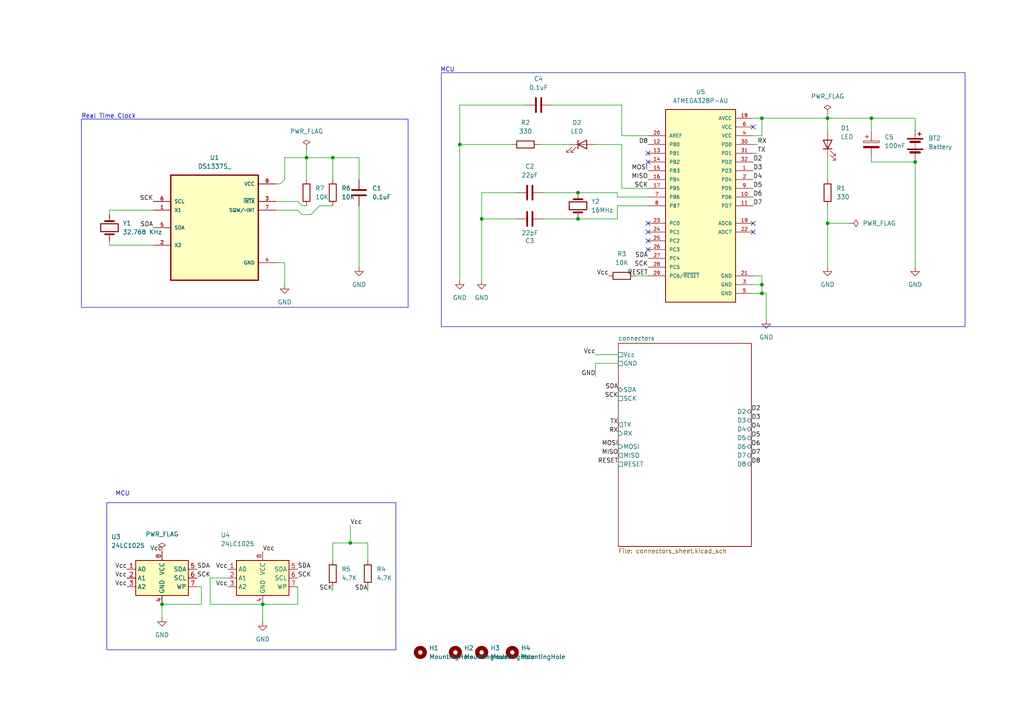
<source format=kicad_sch>
(kicad_sch (version 20231120) (generator "eeschema") (generator_version "8.0")
  (paper "A4")
  (title_block (title "${project_name}") (date "2025-03-16") (rev "1"))
  (lib_symbols
    (symbol "ATMEGA328P-AU_1" (pin_names (offset 1.016))
      (property "Reference" "U5" (at 0 33.02 0))
      (property "Value" "ATMEGA328P-AU" (at 0 30.48 0))
      (symbol "ATMEGA328P-AU_1_0_0"
        (rectangle (start -10.16 -27.94) (end 10.16 27.94) (stroke (width 0.254)) (fill (type background)))
        (pin bidirectional line (at 15.24 10.16 180) (length 5.08) (name "PD3") (number "1"))
        (pin bidirectional line (at 15.24 2.54 180) (length 5.08) (name "PD6") (number "10"))
        (pin bidirectional line (at 15.24 0 180) (length 5.08) (name "PD7") (number "11"))
        (pin bidirectional line (at -15.24 17.78 0) (length 5.08) (name "PB0") (number "12"))
        (pin bidirectional line (at -15.24 15.24 0) (length 5.08) (name "PB1") (number "13"))
        (pin bidirectional line (at -15.24 12.7 0) (length 5.08) (name "PB2") (number "14"))
        (pin bidirectional line (at -15.24 10.16 0) (length 5.08) (name "PB3") (number "15"))
        (pin bidirectional line (at -15.24 7.62 0) (length 5.08) (name "PB4") (number "16"))
        (pin bidirectional line (at -15.24 5.08 0) (length 5.08) (name "PB5") (number "17"))
        (pin power_in line (at 15.24 25.4 180) (length 5.08) (name "AVCC") (number "18"))
        (pin bidirectional line (at 15.24 -5.08 180) (length 5.08) (name "ADC6") (number "19"))
        (pin bidirectional line (at 15.24 7.62 180) (length 5.08) (name "PD4") (number "2"))
        (pin input line (at -15.24 20.32 0) (length 5.08) (name "AREF") (number "20"))
        (pin power_in line (at 15.24 -20.32 180) (length 5.08) (name "GND") (number "21"))
        (pin bidirectional line (at 15.24 -7.62 180) (length 5.08) (name "ADC7") (number "22"))
        (pin bidirectional line (at -15.24 -5.08 0) (length 5.08) (name "PC0") (number "23"))
        (pin bidirectional line (at -15.24 -7.62 0) (length 5.08) (name "PC1") (number "24"))
        (pin bidirectional line (at -15.24 -10.16 0) (length 5.08) (name "PC2") (number "25"))
        (pin bidirectional line (at -15.24 -12.7 0) (length 5.08) (name "PC3") (number "26"))
        (pin bidirectional line (at -15.24 -15.24 0) (length 5.08) (name "PC4") (number "27"))
        (pin bidirectional line (at -15.24 -17.78 0) (length 5.08) (name "PC5") (number "28"))
        (pin bidirectional line (at -15.24 -20.32 0) (length 5.08) (name "PC6/~{RESET}") (number "29"))
        (pin power_in line (at 15.24 -22.86 180) (length 5.08) (name "GND") (number "3"))
        (pin bidirectional line (at 15.24 17.78 180) (length 5.08) (name "PD0") (number "30"))
        (pin bidirectional line (at 15.24 15.24 180) (length 5.08) (name "PD1") (number "31"))
        (pin bidirectional line (at 15.24 12.7 180) (length 5.08) (name "PD2") (number "32"))
        (pin power_in line (at 15.24 20.32 180) (length 5.08) (name "VCC") (number "4"))
        (pin power_in line (at 15.24 -25.4 180) (length 5.08) (name "GND") (number "5"))
        (pin power_in line (at 15.24 22.86 180) (length 5.08) (name "VCC") (number "6"))
        (pin bidirectional line (at -15.24 2.54 0) (length 5.08) (name "PB6") (number "7"))
        (pin bidirectional line (at -15.24 0 0) (length 5.08) (name "PB7") (number "8"))
        (pin bidirectional line (at 15.24 5.08 180) (length 5.08) (name "PD5") (number "9"))
      )
    )
    (symbol "DS1337S_:DS1337S_" (pin_names (offset 1.016))
      (property "Reference" "U" (at -12.7 16.24 0))
      (property "Value" "DS1337S_" (at -12.7 -19.24 0))
      (symbol "DS1337S__0_0"
        (rectangle (start -12.7 -15.24) (end 12.7 15.24) (stroke (width 0.41)) (fill (type background)))
        (pin input line (at -17.78 5.08 0) (length 5.08) (name "X1") (number "1"))
        (pin bidirectional line (at -17.78 -5.08 0) (length 5.08) (name "X2") (number "2"))
        (pin output line (at 17.78 7.62 180) (length 5.08) (name "~{INTA}") (number "3"))
        (pin power_in line (at 17.78 -10.16 180) (length 5.08) (name "GND") (number "4"))
        (pin bidirectional line (at -17.78 0 0) (length 5.08) (name "SDA") (number "5"))
        (pin input line (at -17.78 7.62 0) (length 5.08) (name "SCL") (number "6"))
        (pin output line (at 17.78 5.08 180) (length 5.08) (name "SQW/~INT") (number "7"))
        (pin power_in line (at 17.78 12.7 180) (length 5.08) (name "VCC") (number "8"))
      )
    )
    (symbol "Device:Battery" (pin_numbers hide) (pin_names (offset 0) hide)
      (property "Reference" "BT" (at 2.54 2.54 0))
      (property "Value" "Battery" (at 2.54 0 0))
      (symbol "Battery_0_1"
        (rectangle (start -2.286 -1.27) (end 2.286 -1.524) (fill (type outline)))
        (rectangle (start -2.286 1.778) (end 2.286 1.524) (fill (type outline)))
        (rectangle (start -1.524 -2.032) (end 1.524 -2.54) (fill (type outline)))
        (rectangle (start -1.524 1.016) (end 1.524 0.508) (fill (type outline)))
        (polyline (pts (xy 0 -1.016) (xy 0 -0.762)))
        (polyline (pts (xy 0 -0.508) (xy 0 -0.254)))
        (polyline (pts (xy 0 0) (xy 0 0.254)))
        (polyline (pts (xy 0 1.778) (xy 0 2.54)))
        (polyline (pts (xy 0.762 3.048) (xy 1.778 3.048)) (stroke (width 0.254)))
        (polyline (pts (xy 1.27 3.556) (xy 1.27 2.54)) (stroke (width 0.254)))
      )
      (symbol "Battery_1_1"
        (pin passive line (at 0 5.08 270) (length 2.54) (name "+") (number "1"))
        (pin passive line (at 0 -5.08 90) (length 2.54) (name "-") (number "2"))
      )
    )
    (symbol "Device:C" (pin_numbers hide) (pin_names (offset 0.254))
      (property "Reference" "C" (at 0.635 2.54 0))
      (property "Value" "C" (at 0.635 -2.54 0))
      (symbol "C_0_1"
        (polyline (pts (xy -2.032 -0.762) (xy 2.032 -0.762)) (stroke (width 0.508)))
        (polyline (pts (xy -2.032 0.762) (xy 2.032 0.762)) (stroke (width 0.508)))
      )
      (symbol "C_1_1"
        (pin passive line (at 0 3.81 270) (length 2.794) (name "~") (number "1"))
        (pin passive line (at 0 -3.81 90) (length 2.794) (name "~") (number "2"))
      )
    )
    (symbol "Device:C_Polarized" (pin_numbers hide) (pin_names (offset 0.254))
      (property "Reference" "C" (at 0.635 2.54 0))
      (property "Value" "C_Polarized" (at 0.635 -2.54 0))
      (symbol "C_Polarized_0_1"
        (rectangle (start -2.286 0.508) (end 2.286 1.016))
        (polyline (pts (xy -1.778 2.286) (xy -0.762 2.286)))
        (polyline (pts (xy -1.27 2.794) (xy -1.27 1.778)))
        (rectangle (start 2.286 -0.508) (end -2.286 -1.016) (fill (type outline)))
      )
      (symbol "C_Polarized_1_1"
        (pin passive line (at 0 3.81 270) (length 2.794) (name "~") (number "1"))
        (pin passive line (at 0 -3.81 90) (length 2.794) (name "~") (number "2"))
      )
    )
    (symbol "Device:Crystal" (pin_numbers hide) (pin_names (offset 1.016) hide)
      (property "Reference" "Y" (at 0 3.81 0))
      (property "Value" "Crystal" (at 0 -3.81 0))
      (symbol "Crystal_0_1"
        (rectangle (start -1.143 2.54) (end 1.143 -2.54) (stroke (width 0.3048)))
        (polyline (pts (xy -2.54 0) (xy -1.905 0)))
        (polyline (pts (xy -1.905 -1.27) (xy -1.905 1.27)) (stroke (width 0.508)))
        (polyline (pts (xy 1.905 -1.27) (xy 1.905 1.27)) (stroke (width 0.508)))
        (polyline (pts (xy 2.54 0) (xy 1.905 0)))
      )
      (symbol "Crystal_1_1"
        (pin passive line (at -3.81 0 0) (length 1.27) (name "1") (number "1"))
        (pin passive line (at 3.81 0 180) (length 1.27) (name "2") (number "2"))
      )
    )
    (symbol "Device:LED" (pin_numbers hide) (pin_names (offset 1.016) hide)
      (property "Reference" "D" (at 0 2.54 0))
      (property "Value" "LED" (at 0 -2.54 0))
      (symbol "LED_0_1"
        (polyline (pts (xy -1.27 -1.27) (xy -1.27 1.27)) (stroke (width 0.254)))
        (polyline (pts (xy -1.27 0) (xy 1.27 0)))
        (polyline (pts (xy 1.27 -1.27) (xy 1.27 1.27) (xy -1.27 0) (xy 1.27 -1.27)) (stroke (width 0.254)))
        (polyline (pts (xy -3.048 -0.762) (xy -4.572 -2.286) (xy -3.81 -2.286) (xy -4.572 -2.286) (xy -4.572 -1.524)))
        (polyline (pts (xy -1.778 -0.762) (xy -3.302 -2.286) (xy -2.54 -2.286) (xy -3.302 -2.286) (xy -3.302 -1.524)))
      )
      (symbol "LED_1_1"
        (pin passive line (at -3.81 0 0) (length 2.54) (name "K") (number "1"))
        (pin passive line (at 3.81 0 180) (length 2.54) (name "A") (number "2"))
      )
    )
    (symbol "Device:R" (pin_numbers hide) (pin_names (offset 0))
      (property "Reference" "R" (at 2.032 0 90))
      (property "Value" "R" (at 0 0 90))
      (symbol "R_0_1"
        (rectangle (start -1.016 -2.54) (end 1.016 2.54) (stroke (width 0.254)))
      )
      (symbol "R_1_1"
        (pin passive line (at 0 3.81 270) (length 1.27) (name "~") (number "1"))
        (pin passive line (at 0 -3.81 90) (length 1.27) (name "~") (number "2"))
      )
    )
    (symbol "Mechanical:MountingHole" (pin_names (offset 1.016)) (exclude_from_sim yes) (in_bom no)
      (property "Reference" "H" (at 0 5.08 0))
      (property "Value" "MountingHole" (at 0 3.175 0))
      (symbol "MountingHole_0_1"
        (circle (center 0 0) (radius 1.27) (stroke (width 1.27)))
      )
    )
    (symbol "Memory_EEPROM:24LC1025"
      (property "Reference" "U" (at -6.35 6.35 0))
      (property "Value" "24LC1025" (at 1.27 6.35 0))
      (symbol "24LC1025_1_1"
        (rectangle (start -7.62 5.08) (end 7.62 -5.08) (stroke (width 0.254)) (fill (type background)))
        (pin input line (at -10.16 2.54 0) (length 2.54) (name "A0") (number "1"))
        (pin input line (at -10.16 0 0) (length 2.54) (name "A1") (number "2"))
        (pin input line (at -10.16 -2.54 0) (length 2.54) (name "A2") (number "3"))
        (pin power_in line (at 0 -7.62 90) (length 2.54) (name "GND") (number "4"))
        (pin bidirectional line (at 10.16 2.54 180) (length 2.54) (name "SDA") (number "5"))
        (pin input line (at 10.16 0 180) (length 2.54) (name "SCL") (number "6"))
        (pin input line (at 10.16 -2.54 180) (length 2.54) (name "WP") (number "7"))
        (pin power_in line (at 0 7.62 270) (length 2.54) (name "VCC") (number "8"))
      )
    )
    (symbol "power:GND" (power) (pin_numbers hide) (pin_names (offset 0) hide)
      (property "Value" "GND" (at 0 -3.81 0))
      (symbol "GND_0_1"
        (polyline (pts (xy 0 0) (xy 0 -1.27) (xy 1.27 -1.27) (xy 0 -2.54) (xy -1.27 -1.27) (xy 0 -1.27)))
      )
      (symbol "GND_1_1"
        (pin power_in line (at 0 0 270) (length 0) (name "~") (number "1"))
      )
    )
    (symbol "power:PWR_FLAG" (power) (pin_numbers hide) (pin_names (offset 0) hide)
      (property "Value" "PWR_FLAG" (at 0 3.81 0))
      (symbol "PWR_FLAG_0_0"
        (pin power_out line (at 0 0 90) (length 0) (name "~") (number "1"))
      )
      (symbol "PWR_FLAG_0_1"
        (polyline (pts (xy 0 0) (xy 0 1.27) (xy -1.016 1.905) (xy 0 2.54) (xy 1.016 1.905) (xy 0 1.27)))
      )
    )
  )
  (junction (at 88.9 45.72))
  (junction (at 220.98 82.55))
  (junction (at 167.64 63.5))
  (junction (at 96.52 45.72))
  (junction (at 101.6 157.48))
  (junction (at 240.03 64.77))
  (junction (at 76.2 175.26))
  (junction (at 46.99 175.26))
  (junction (at 139.7 63.5))
  (junction (at 220.98 85.09))
  (junction (at 220.98 34.29))
  (junction (at 167.64 55.88))
  (junction (at 252.73 34.29))
  (junction (at 133.35 41.91))
  (junction (at 265.43 46.99))
  (junction (at 240.03 34.29))
  (no_connect (at 187.96 72.39))
  (no_connect (at 218.44 67.31))
  (no_connect (at 187.96 46.99))
  (no_connect (at 187.96 69.85))
  (no_connect (at 218.44 64.77))
  (no_connect (at 218.44 36.83))
  (no_connect (at 187.96 64.77))
  (no_connect (at 187.96 44.45))
  (no_connect (at 187.96 67.31))
  (wire (pts (xy 172.72 102.87) (xy 179.324 102.87)))
  (wire (pts (xy 172.72 109.22) (xy 172.72 105.41)))
  (wire (pts (xy 104.14 59.69) (xy 104.14 77.47)))
  (wire (pts (xy 240.03 64.77) (xy 240.03 77.47)))
  (wire (pts (xy 133.35 41.91) (xy 148.59 41.91)))
  (wire (pts (xy 220.98 80.01) (xy 220.98 82.55)))
  (wire (pts (xy 157.48 55.88) (xy 167.64 55.88)))
  (wire (pts (xy 133.35 30.48) (xy 152.4 30.48)))
  (wire (pts (xy 179.07 55.88) (xy 179.07 57.15)))
  (wire (pts (xy 82.55 76.2) (xy 82.55 82.55)))
  (wire (pts (xy 80.01 76.2) (xy 82.55 76.2)))
  (wire (pts (xy 80.01 60.96) (xy 86.36 60.96)))
  (wire (pts (xy 240.03 45.72) (xy 240.03 52.07)))
  (wire (pts (xy 265.43 46.99) (xy 265.43 77.47)))
  (wire (pts (xy 57.15 170.18) (xy 58.42 170.18)))
  (wire (pts (xy 80.01 58.42) (xy 86.36 58.42)))
  (wire (pts (xy 88.9 45.72) (xy 88.9 52.07)))
  (wire (pts (xy 104.14 45.72) (xy 104.14 52.07)))
  (wire (pts (xy 133.35 41.91) (xy 133.35 81.28)))
  (wire (pts (xy 106.68 171.45) (xy 106.68 170.18)))
  (wire (pts (xy 139.7 55.88) (xy 139.7 63.5)))
  (wire (pts (xy 46.99 175.26) (xy 46.99 179.07)))
  (wire (pts (xy 220.98 34.29) (xy 240.03 34.29)))
  (wire (pts (xy 82.55 52.07) (xy 81.28 53.34)))
  (wire (pts (xy 218.44 82.55) (xy 220.98 82.55)))
  (wire (pts (xy 60.96 167.64) (xy 66.04 167.64)))
  (wire (pts (xy 222.25 85.09) (xy 222.25 92.71)))
  (wire (pts (xy 172.72 105.41) (xy 179.324 105.41)))
  (wire (pts (xy 156.21 41.91) (xy 165.1 41.91)))
  (wire (pts (xy 219.71 41.91) (xy 218.44 41.91)))
  (wire (pts (xy 96.52 45.72) (xy 96.52 52.07)))
  (wire (pts (xy 133.35 30.48) (xy 133.35 41.91)))
  (wire (pts (xy 87.63 62.23) (xy 90.17 62.23)))
  (wire (pts (xy 76.2 175.26) (xy 76.2 180.34)))
  (wire (pts (xy 180.34 41.91) (xy 172.72 41.91)))
  (wire (pts (xy 101.6 157.48) (xy 106.68 157.48)))
  (wire (pts (xy 240.03 34.29) (xy 240.03 38.1)))
  (wire (pts (xy 167.64 55.88) (xy 179.07 55.88)))
  (wire (pts (xy 252.73 46.99) (xy 265.43 46.99)))
  (wire (pts (xy 96.52 171.45) (xy 96.52 170.18)))
  (wire (pts (xy 76.2 175.26) (xy 86.36 175.26)))
  (wire (pts (xy 167.64 63.5) (xy 179.07 63.5)))
  (wire (pts (xy 240.03 33.02) (xy 240.03 34.29)))
  (wire (pts (xy 240.03 64.77) (xy 246.38 64.77)))
  (wire (pts (xy 220.98 34.29) (xy 220.98 39.37)))
  (wire (pts (xy 179.07 57.15) (xy 187.96 57.15)))
  (wire (pts (xy 60.96 175.26) (xy 76.2 175.26)))
  (wire (pts (xy 252.73 45.72) (xy 252.73 46.99)))
  (wire (pts (xy 101.6 152.4) (xy 101.6 157.48)))
  (wire (pts (xy 218.44 34.29) (xy 220.98 34.29)))
  (wire (pts (xy 58.42 170.18) (xy 58.42 175.26)))
  (wire (pts (xy 218.44 39.37) (xy 220.98 39.37)))
  (wire (pts (xy 106.68 157.48) (xy 106.68 162.56)))
  (wire (pts (xy 180.34 41.91) (xy 180.34 54.61)))
  (wire (pts (xy 219.71 44.45) (xy 218.44 44.45)))
  (wire (pts (xy 81.28 53.34) (xy 80.01 53.34)))
  (wire (pts (xy 157.48 63.5) (xy 167.64 63.5)))
  (wire (pts (xy 96.52 157.48) (xy 96.52 162.56)))
  (wire (pts (xy 92.71 59.69) (xy 96.52 59.69)))
  (wire (pts (xy 180.34 30.48) (xy 180.34 39.37)))
  (wire (pts (xy 252.73 38.1) (xy 252.73 34.29)))
  (wire (pts (xy 160.02 30.48) (xy 180.34 30.48)))
  (wire (pts (xy 220.98 82.55) (xy 220.98 85.09)))
  (wire (pts (xy 87.63 59.69) (xy 88.9 59.69)))
  (wire (pts (xy 31.75 71.12) (xy 44.45 71.12)))
  (wire (pts (xy 139.7 63.5) (xy 149.86 63.5)))
  (wire (pts (xy 179.07 59.69) (xy 179.07 63.5)))
  (wire (pts (xy 88.9 45.72) (xy 96.52 45.72)))
  (wire (pts (xy 86.36 170.18) (xy 86.36 175.26)))
  (wire (pts (xy 179.07 59.69) (xy 187.96 59.69)))
  (wire (pts (xy 240.03 34.29) (xy 252.73 34.29)))
  (wire (pts (xy 31.75 69.85) (xy 31.75 71.12)))
  (wire (pts (xy 218.44 80.01) (xy 220.98 80.01)))
  (wire (pts (xy 218.44 85.09) (xy 220.98 85.09)))
  (wire (pts (xy 90.17 62.23) (xy 92.71 59.69)))
  (wire (pts (xy 82.55 45.72) (xy 82.55 52.07)))
  (wire (pts (xy 82.55 45.72) (xy 88.9 45.72)))
  (wire (pts (xy 60.96 167.64) (xy 60.96 175.26)))
  (wire (pts (xy 31.75 60.96) (xy 31.75 62.23)))
  (wire (pts (xy 240.03 59.69) (xy 240.03 64.77)))
  (wire (pts (xy 252.73 34.29) (xy 265.43 34.29)))
  (wire (pts (xy 265.43 34.29) (xy 265.43 36.83)))
  (wire (pts (xy 220.98 85.09) (xy 222.25 85.09)))
  (wire (pts (xy 88.9 43.18) (xy 88.9 45.72)))
  (wire (pts (xy 96.52 157.48) (xy 101.6 157.48)))
  (wire (pts (xy 180.34 54.61) (xy 187.96 54.61)))
  (wire (pts (xy 86.36 58.42) (xy 87.63 59.69)))
  (wire (pts (xy 46.99 175.26) (xy 58.42 175.26)))
  (wire (pts (xy 96.52 45.72) (xy 104.14 45.72)))
  (wire (pts (xy 139.7 63.5) (xy 139.7 81.28)))
  (wire (pts (xy 139.7 55.88) (xy 149.86 55.88)))
  (wire (pts (xy 184.15 80.01) (xy 187.96 80.01)))
  (wire (pts (xy 180.34 39.37) (xy 187.96 39.37)))
  (wire (pts (xy 86.36 60.96) (xy 87.63 62.23)))
  (wire (pts (xy 31.75 60.96) (xy 44.45 60.96)))
  (rectangle (start 23.622 34.544) (end 118.364 89.154))
  (rectangle (start 128.016 21.082) (end 279.908 94.742))
  (rectangle (start 30.988 145.796) (end 114.808 188.468))
  (text "Real Time Clock\n" (at 31.496 33.782 0) (effects (font (size 1.27 1.27))))
  (text "MCU\n" (at 35.56 143.256 0) (effects (font (size 1.27 1.27))))
  (text "MCU\n" (at 129.794 20.32 0) (effects (font (size 1.27 1.27))))
  (label "SCK" (at 179.324 115.57 180))
  (label "Vcc" (at 66.04 170.18 180))
  (label "Vcc" (at 176.53 80.01 180))
  (label "RX" (at 219.71 41.91 0))
  (label "D4" (at 217.932 124.46 0))
  (label "D5" (at 218.44 54.61 0))
  (label "SCK" (at 44.45 58.42 180))
  (label "D5" (at 217.932 127 0))
  (label "SDA" (at 57.15 165.1 0))
  (label "TX" (at 219.71 44.45 0))
  (label "SDA" (at 106.68 171.45 180))
  (label "Vcc" (at 36.83 170.18 180))
  (label "D6" (at 218.44 57.15 0))
  (label "SDA" (at 44.45 66.04 180))
  (label "RESET" (at 179.324 134.62 180))
  (label "D8" (at 217.932 134.62 0))
  (label "SCK" (at 86.36 167.64 0))
  (label "Vcc" (at 36.83 167.64 180))
  (label "RESET" (at 187.96 80.01 180))
  (label "D2" (at 218.44 46.99 0))
  (label "Vcc" (at 76.2 160.02 0))
  (label "D3" (at 218.44 49.53 0))
  (label "MOSI" (at 187.96 49.53 180))
  (label "SCK" (at 187.96 77.47 180))
  (label "MOSI" (at 179.324 129.54 180))
  (label "SDA" (at 187.96 74.93 180))
  (label "SDA" (at 179.324 113.03 180))
  (label "D6" (at 217.932 129.54 0))
  (label "Vcc" (at 101.6 152.4 0))
  (label "SCK" (at 187.96 54.61 180))
  (label "D7" (at 217.932 132.08 0))
  (label "MISO" (at 187.96 52.07 180))
  (label "TX" (at 179.324 123.19 180))
  (label "Vcc" (at 36.83 165.1 180))
  (label "Vcc" (at 46.99 160.02 180))
  (label "Vcc" (at 66.04 165.1 180))
  (label "MISO" (at 179.324 132.08 180))
  (label "D7" (at 218.44 59.69 0))
  (label "GND" (at 172.72 109.22 180))
  (label "Vcc" (at 172.72 102.87 180))
  (label "D4" (at 218.44 52.07 0))
  (label "SCK" (at 57.15 167.64 0))
  (label "RX" (at 179.324 125.73 180))
  (label "SCK" (at 96.52 171.45 180))
  (label "SDA" (at 86.36 165.1 0))
  (label "D8" (at 187.96 41.91 180))
  (label "D3" (at 217.932 121.92 0))
  (label "D2" (at 217.932 119.38 0))
  (symbol (lib_id "Device:LED") (at 240.03 41.91 90) (unit 1)
    (property "Reference" "D1" (at 243.84 37.1474 90) (effects (justify right)))
    (property "Value" "LED" (at 243.84 39.6874 90) (effects (justify right)))
    (property "Footprint" "LED_SMD:LED_0805_2012Metric" (effects (hide yes)))
    (property "Description" "Light emitting diode" (effects (hide yes)))
  )
  (symbol (lib_id "Device:R") (at 96.52 166.37 0) (unit 1)
    (property "Reference" "R5" (at 99.06 165.0999 0) (effects (justify left)))
    (property "Value" "4.7K" (at 99.06 167.6399 0) (effects (justify left)))
    (property "Footprint" "Resistor_SMD:R_0805_2012Metric" (effects (hide yes)))
    (property "Description" "Resistor" (effects (hide yes)))
  )
  (symbol (lib_name "ATMEGA328P-AU_1") (lib_id "ATMEGA328P-AU:ATMEGA328P-AU") (at 203.2 59.69 0) (unit 1)
    (property "Reference" "U5" (at 203.2 26.67 0))
    (property "Value" "ATMEGA328P-AU" (at 203.2 29.21 0))
    (property "Footprint" "ATMEGA328P-AU:QFP80P900X900X120-32N" (effects (hide yes)))
    (property "MF" "Microchip" (effects (hide yes)))
    (property "MAXIMUM_PACKAGE_HEIGHT" "1.20mm" (effects (hide yes)))
    (property "Package" "TQFP-32 Microchip" (effects (hide yes)))
    (property "Price" "None" (effects (hide yes)))
    (property "Check_prices" "https://www.snapeda.com/parts/ATMEGA328P-AU/Microchip/view-part/?ref=eda" (effects (hide yes)))
    (property "STANDARD" "IPC-7351B" (effects (hide yes)))
    (property "PARTREV" "8271A" (effects (hide yes)))
    (property "SnapEDA_Link" "https://www.snapeda.com/parts/ATMEGA328P-AU/Microchip/view-part/?ref=snap" (effects (hide yes)))
    (property "MP" "ATMEGA328P-AU" (effects (hide yes)))
    (property "Description_1" "\n                        \n                            AVR AVR® ATmega Microcontroller IC 8-Bit 20MHz 32KB (16K x 16) FLASH 32-TQFP (7x7)\n                        \n" (effects (hide yes)))
    (property "Availability" "In Stock" (effects (hide yes)))
    (property "MANUFACTURER" "Microchip" (effects (hide yes)))
  )
  (symbol (lib_id "power:GND") (at 133.35 81.28 0) (unit 1)
    (property "Reference" "#PWR04" (effects (hide yes)))
    (property "Value" "GND" (at 133.35 86.36 0))
    (property "Description" "Power symbol creates a global label with name \"GND\" , ground" (effects (hide yes)))
  )
  (symbol (lib_id "power:GND") (at 222.25 92.71 0) (unit 1)
    (property "Reference" "#PWR05" (effects (hide yes)))
    (property "Value" "GND" (at 222.25 97.79 0))
    (property "Description" "Power symbol creates a global label with name \"GND\" , ground" (effects (hide yes)))
  )
  (symbol (lib_id "power:PWR_FLAG") (at 240.03 33.02 0) (unit 1)
    (property "Reference" "#FLG02" (effects (hide yes)))
    (property "Value" "PWR_FLAG" (at 240.03 27.94 0))
    (property "Description" "Special symbol for telling ERC where power comes from" (effects (hide yes)))
  )
  (symbol (lib_id "power:GND") (at 46.99 179.07 0) (unit 1)
    (property "Reference" "#PWR08" (effects (hide yes)))
    (property "Value" "GND" (at 46.99 184.15 0))
    (property "Description" "Power symbol creates a global label with name \"GND\" , ground" (effects (hide yes)))
  )
  (symbol (lib_id "Mechanical:MountingHole") (at 132.08 189.23 0) (unit 1) (exclude_from_sim yes) (in_bom no)
    (property "Reference" "H2" (at 134.62 187.9599 0) (effects (justify left)))
    (property "Value" "MountingHole" (at 134.62 190.4999 0) (effects (justify left)))
    (property "Footprint" "MountingHole:MountingHole_2.1mm" (effects (hide yes)))
    (property "Description" "Mounting Hole without connection" (effects (hide yes)))
  )
  (symbol (lib_id "Device:R") (at 106.68 166.37 0) (unit 1)
    (property "Reference" "R4" (at 109.22 165.0999 0) (effects (justify left)))
    (property "Value" "4.7K" (at 109.22 167.6399 0) (effects (justify left)))
    (property "Footprint" "Resistor_SMD:R_0805_2012Metric" (effects (hide yes)))
    (property "Description" "Resistor" (effects (hide yes)))
  )
  (symbol (lib_id "Memory_EEPROM:24LC1025") (at 46.99 167.64 0) (unit 1)
    (property "Reference" "U3" (at 32.258 155.702 0) (effects (justify left)))
    (property "Value" "24LC1025" (at 32.258 158.242 0) (effects (justify left)))
    (property "Footprint" "Package_SO:SOIC-8_5.23x5.23mm_P1.27mm" (effects (hide yes)))
    (property "Datasheet" "http://ww1.microchip.com/downloads/en/DeviceDoc/21941B.pdf" (effects (hide yes)))
    (property "Description" "I2C Serial EEPROM, 1024Kb, DIP-8/SOIC-8/TSSOP-8/DFN-8" (effects (hide yes)))
  )
  (symbol (lib_id "Mechanical:MountingHole") (at 148.59 189.23 0) (unit 1) (exclude_from_sim yes) (in_bom no)
    (property "Reference" "H4" (at 151.13 187.9599 0) (effects (justify left)))
    (property "Value" "MountingHole" (at 151.13 190.4999 0) (effects (justify left)))
    (property "Footprint" "MountingHole:MountingHole_2.1mm" (effects (hide yes)))
    (property "Description" "Mounting Hole without connection" (effects (hide yes)))
  )
  (symbol (lib_id "power:GND") (at 104.14 77.47 0) (unit 1)
    (property "Reference" "#PWR01" (effects (hide yes)))
    (property "Value" "GND" (at 104.14 82.55 0))
    (property "Description" "Power symbol creates a global label with name \"GND\" , ground" (effects (hide yes)))
  )
  (symbol (lib_id "DS1337S_:DS1337S_") (at 62.23 66.04 0) (unit 1)
    (property "Reference" "U1" (at 62.23 45.72 0))
    (property "Value" "DS1337S_" (at 62.23 48.26 0))
    (property "Footprint" "DS1337S_:SOIC127P600X175-8N" (effects (hide yes)))
    (property "MF" "Analog Devices" (effects (hide yes)))
    (property "Description_1" "\n                        \n                            I²C Serial Real-Time Clock\n                        \n" (effects (hide yes)))
    (property "Package" "SOIC-8 Maxim" (effects (hide yes)))
    (property "Price" "None" (effects (hide yes)))
    (property "SnapEDA_Link" "https://www.snapeda.com/parts/DS1337S+/Analog+Devices/view-part/?ref=snap" (effects (hide yes)))
    (property "MP" "DS1337S+" (effects (hide yes)))
    (property "Availability" "In Stock" (effects (hide yes)))
    (property "Check_prices" "https://www.snapeda.com/parts/DS1337S+/Analog+Devices/view-part/?ref=eda" (effects (hide yes)))
  )
  (symbol (lib_id "power:GND") (at 76.2 180.34 0) (unit 1)
    (property "Reference" "#PWR07" (effects (hide yes)))
    (property "Value" "GND" (at 76.2 185.42 0))
    (property "Description" "Power symbol creates a global label with name \"GND\" , ground" (effects (hide yes)))
  )
  (symbol (lib_id "Mechanical:MountingHole") (at 139.7 189.23 0) (unit 1) (exclude_from_sim yes) (in_bom no)
    (property "Reference" "H3" (at 142.24 187.9599 0) (effects (justify left)))
    (property "Value" "MountingHole" (at 142.24 190.4999 0) (effects (justify left)))
    (property "Footprint" "MountingHole:MountingHole_2.1mm" (effects (hide yes)))
    (property "Description" "Mounting Hole without connection" (effects (hide yes)))
  )
  (symbol (lib_id "Memory_EEPROM:24LC1025") (at 76.2 167.64 0) (unit 1)
    (property "Reference" "U4" (at 64.008 155.194 0) (effects (justify left)))
    (property "Value" "24LC1025" (at 64.008 157.734 0) (effects (justify left)))
    (property "Footprint" "Package_SO:SOIC-8_5.23x5.23mm_P1.27mm" (effects (hide yes)))
    (property "Datasheet" "http://ww1.microchip.com/downloads/en/DeviceDoc/21941B.pdf" (effects (hide yes)))
    (property "Description" "I2C Serial EEPROM, 1024Kb, DIP-8/SOIC-8/TSSOP-8/DFN-8" (effects (hide yes)))
  )
  (symbol (lib_id "Device:Crystal") (at 31.75 66.04 90) (unit 1)
    (property "Reference" "Y1" (at 35.56 64.7699 90) (effects (justify right)))
    (property "Value" "32.768 KHz" (at 35.56 67.3099 90) (effects (justify right)))
    (property "Footprint" "Crystal:Crystal_SMD_5032-2Pin_5.0x3.2mm_HandSoldering" (effects (hide yes)))
    (property "Description" "Two pin crystal" (effects (hide yes)))
  )
  (symbol (lib_id "power:PWR_FLAG") (at 46.99 160.02 0) (unit 1)
    (property "Reference" "#FLG04" (effects (hide yes)))
    (property "Value" "PWR_FLAG" (at 46.99 154.94 0))
    (property "Description" "Special symbol for telling ERC where power comes from" (effects (hide yes)))
  )
  (symbol (lib_id "Device:R") (at 152.4 41.91 90) (unit 1)
    (property "Reference" "R2" (at 152.4 35.56 90))
    (property "Value" "330" (at 152.4 38.1 90))
    (property "Footprint" "Resistor_SMD:R_0805_2012Metric" (effects (hide yes)))
    (property "Description" "Resistor" (effects (hide yes)))
  )
  (symbol (lib_id "power:PWR_FLAG") (at 246.38 64.77 270) (unit 1)
    (property "Reference" "#FLG01" (effects (hide yes)))
    (property "Value" "PWR_FLAG" (at 250.19 64.7699 90) (effects (justify left)))
    (property "Description" "Special symbol for telling ERC where power comes from" (effects (hide yes)))
  )
  (symbol (lib_id "Mechanical:MountingHole") (at 121.92 189.23 0) (unit 1) (exclude_from_sim yes) (in_bom no)
    (property "Reference" "H1" (at 124.46 187.9599 0) (effects (justify left)))
    (property "Value" "MountingHole" (at 124.46 190.4999 0) (effects (justify left)))
    (property "Footprint" "MountingHole:MountingHole_2.1mm" (effects (hide yes)))
    (property "Description" "Mounting Hole without connection" (effects (hide yes)))
  )
  (symbol (lib_id "power:GND") (at 139.7 81.28 0) (unit 1)
    (property "Reference" "#PWR03" (effects (hide yes)))
    (property "Value" "GND" (at 139.7 86.36 0))
    (property "Description" "Power symbol creates a global label with name \"GND\" , ground" (effects (hide yes)))
  )
  (symbol (lib_id "Device:C") (at 156.21 30.48 90) (unit 1)
    (property "Reference" "C4" (at 156.21 22.86 90))
    (property "Value" "0.1uF" (at 156.21 25.4 90))
    (property "Footprint" "Capacitor_SMD:C_0805_2012Metric" (effects (hide yes)))
    (property "Description" "Unpolarized capacitor" (effects (hide yes)))
  )
  (symbol (lib_id "Device:C") (at 153.67 55.88 90) (unit 1)
    (property "Reference" "C2" (at 153.67 48.26 90))
    (property "Value" "22pF" (at 153.67 50.8 90))
    (property "Footprint" "Capacitor_SMD:C_0805_2012Metric" (effects (hide yes)))
    (property "Description" "Unpolarized capacitor" (effects (hide yes)))
  )
  (symbol (lib_id "power:PWR_FLAG") (at 88.9 43.18 0) (unit 1)
    (property "Reference" "#FLG03" (effects (hide yes)))
    (property "Value" "PWR_FLAG" (at 88.9 38.1 0))
    (property "Description" "Special symbol for telling ERC where power comes from" (effects (hide yes)))
  )
  (symbol (lib_id "power:GND") (at 82.55 82.55 0) (unit 1)
    (property "Reference" "#PWR02" (effects (hide yes)))
    (property "Value" "GND" (at 82.55 87.63 0))
    (property "Description" "Power symbol creates a global label with name \"GND\" , ground" (effects (hide yes)))
  )
  (symbol (lib_id "Device:R") (at 240.03 55.88 0) (unit 1)
    (property "Reference" "R1" (at 242.57 54.6099 0) (effects (justify left)))
    (property "Value" "330" (at 242.57 57.1499 0) (effects (justify left)))
    (property "Footprint" "Resistor_SMD:R_0805_2012Metric" (effects (hide yes)))
    (property "Description" "Resistor" (effects (hide yes)))
  )
  (symbol (lib_id "Device:C") (at 104.14 55.88 0) (unit 1)
    (property "Reference" "C1" (at 107.95 54.6099 0) (effects (justify left)))
    (property "Value" "0.1uF" (at 107.95 57.1499 0) (effects (justify left)))
    (property "Footprint" "Capacitor_SMD:C_0805_2012Metric" (effects (hide yes)))
    (property "Description" "Unpolarized capacitor" (effects (hide yes)))
  )
  (symbol (lib_id "Device:Battery") (at 265.43 41.91 0) (unit 1)
    (property "Reference" "BT2" (at 269.24 40.0684 0) (effects (justify left)))
    (property "Value" "Battery" (at 269.24 42.6084 0) (effects (justify left)))
    (property "Footprint" "Connector_PinHeader_2.54mm:PinHeader_1x02_P2.54mm_Vertical" (effects (hide yes)))
    (property "Description" "Multiple-cell battery" (effects (hide yes)))
  )
  (symbol (lib_id "Device:R") (at 180.34 80.01 90) (unit 1)
    (property "Reference" "R3" (at 180.34 73.66 90))
    (property "Value" "10K" (at 180.34 76.2 90))
    (property "Footprint" "Resistor_SMD:R_0805_2012Metric" (effects (hide yes)))
    (property "Description" "Resistor" (effects (hide yes)))
  )
  (symbol (lib_id "power:GND") (at 265.43 77.47 0) (unit 1)
    (property "Reference" "#PWR09" (effects (hide yes)))
    (property "Value" "GND" (at 265.43 82.55 0))
    (property "Description" "Power symbol creates a global label with name \"GND\" , ground" (effects (hide yes)))
  )
  (symbol (lib_id "Device:Crystal") (at 167.64 59.69 90) (unit 1)
    (property "Reference" "Y2" (at 171.45 58.4199 90) (effects (justify right)))
    (property "Value" "16MHz" (at 171.45 60.9599 90) (effects (justify right)))
    (property "Footprint" "Crystal:Crystal_SMD_5032-2Pin_5.0x3.2mm_HandSoldering" (effects (hide yes)))
    (property "Description" "Two pin crystal" (effects (hide yes)))
  )
  (symbol (lib_id "power:GND") (at 240.03 77.47 0) (unit 1)
    (property "Reference" "#PWR06" (effects (hide yes)))
    (property "Value" "GND" (at 240.03 82.55 0))
    (property "Description" "Power symbol creates a global label with name \"GND\" , ground" (effects (hide yes)))
  )
  (symbol (lib_id "Device:R") (at 96.52 55.88 0) (unit 1)
    (property "Reference" "R6" (at 99.06 54.6099 0) (effects (justify left)))
    (property "Value" "10K" (at 99.06 57.1499 0) (effects (justify left)))
    (property "Footprint" "Resistor_SMD:R_0805_2012Metric" (effects (hide yes)))
    (property "Description" "Resistor" (effects (hide yes)))
  )
  (symbol (lib_id "Device:C") (at 153.67 63.5 90) (unit 1)
    (property "Reference" "C3" (at 153.67 69.85 90))
    (property "Value" "22pF" (at 153.67 67.564 90))
    (property "Footprint" "Capacitor_SMD:C_0805_2012Metric" (effects (hide yes)))
    (property "Description" "Unpolarized capacitor" (effects (hide yes)))
  )
  (symbol (lib_id "Device:C_Polarized") (at 252.73 41.91 0) (unit 1)
    (property "Reference" "C5" (at 256.54 39.7509 0) (effects (justify left)))
    (property "Value" "100nF" (at 256.54 42.2909 0) (effects (justify left)))
    (property "Footprint" "LED_SMD:LED_0805_2012Metric" (effects (hide yes)))
    (property "Description" "Polarized capacitor" (effects (hide yes)))
  )
  (symbol (lib_id "Device:LED") (at 168.91 41.91 0) (unit 1)
    (property "Reference" "D2" (at 167.3225 35.56 0))
    (property "Value" "LED" (at 167.3225 38.1 0))
    (property "Footprint" "LED_SMD:LED_0805_2012Metric" (effects (hide yes)))
    (property "Description" "Light emitting diode" (effects (hide yes)))
  )
  (symbol (lib_id "Device:R") (at 88.9 55.88 0) (unit 1)
    (property "Reference" "R7" (at 91.44 54.6099 0) (effects (justify left)))
    (property "Value" "10K" (at 91.44 57.1499 0) (effects (justify left)))
    (property "Footprint" "Resistor_SMD:R_0805_2012Metric" (effects (hide yes)))
    (property "Description" "Resistor" (effects (hide yes)))
  )
  (sheet (at 179.324 99.568) (size 38.608 58.928) (stroke (width 0.1524))
    (property "Sheetname" "connectors" (at 179.324 98.8564 0) (effects (justify left bottom)))
    (property "Sheetfile" "connectors_sheet.kicad_sch" (at 179.324 159.0806 0) (effects (justify left top)))
    (pin "GND" passive (at 179.324 105.41 180))
    (pin "Vcc" passive (at 179.324 102.87 180))
    (pin "D2" tri_state (at 217.932 119.38 0))
    (pin "D5" tri_state (at 217.932 127 0))
    (pin "D3" tri_state (at 217.932 121.92 0))
    (pin "D4" tri_state (at 217.932 124.46 0))
    (pin "RX" input (at 179.324 125.73 180))
    (pin "TX" output (at 179.324 123.19 180))
    (pin "SDA" tri_state (at 179.324 113.03 180))
    (pin "SCK" passive (at 179.324 115.57 180))
    (pin "D6" tri_state (at 217.932 129.54 0))
    (pin "D7" tri_state (at 217.932 132.08 0))
    (pin "D8" tri_state (at 217.932 134.62 0))
    (pin "RESET" passive (at 179.324 134.62 180))
    (pin "MOSI" input (at 179.324 129.54 180))
    (pin "MISO" output (at 179.324 132.08 180))
  )
)
</source>
